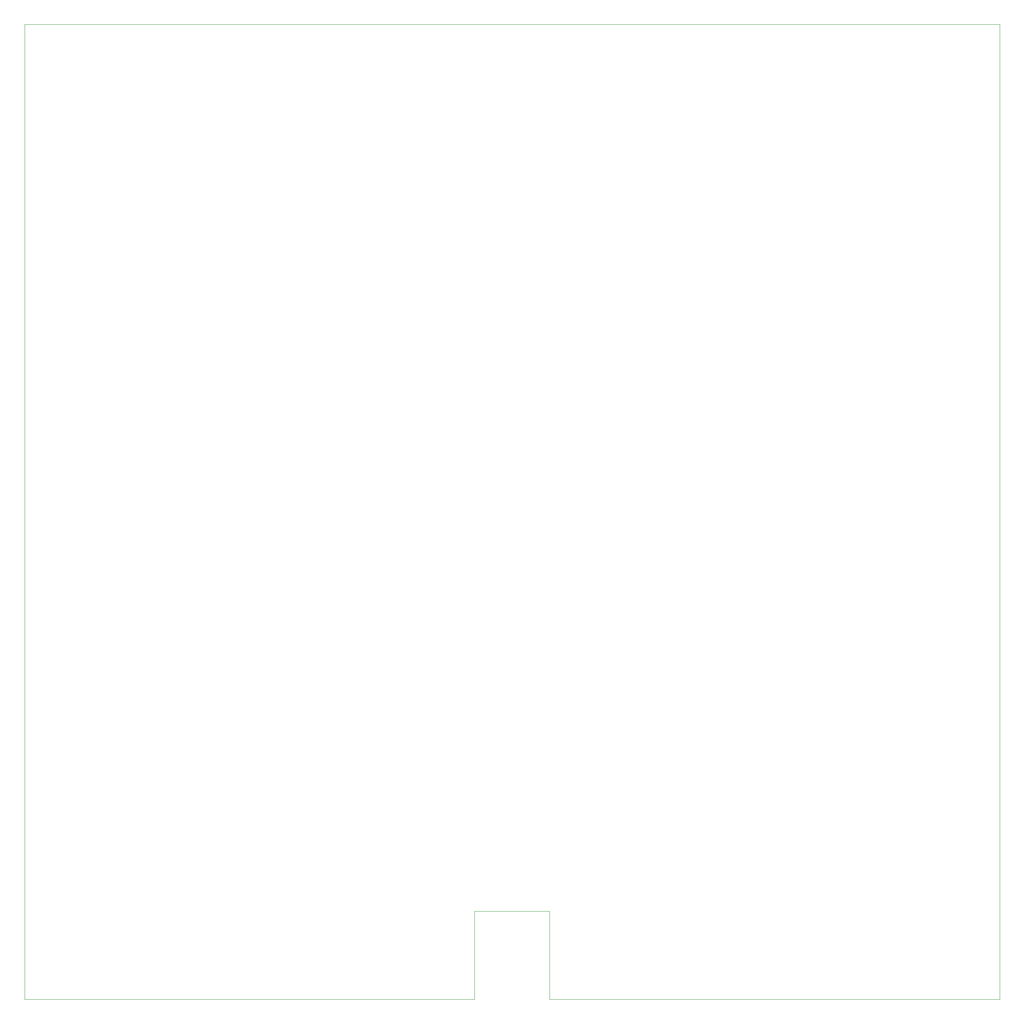
<source format=gm1>
G04 #@! TF.GenerationSoftware,KiCad,Pcbnew,5.1.4-3.fc31*
G04 #@! TF.CreationDate,2019-12-02T16:48:44+01:00*
G04 #@! TF.ProjectId,WordclockPCB,576f7264-636c-46f6-936b-5043422e6b69,rev?*
G04 #@! TF.SameCoordinates,Original*
G04 #@! TF.FileFunction,Profile,NP*
%FSLAX46Y46*%
G04 Gerber Fmt 4.6, Leading zero omitted, Abs format (unit mm)*
G04 Created by KiCad (PCBNEW 5.1.4-3.fc31) date 2019-12-02 16:48:44*
%MOMM*%
%LPD*%
G04 APERTURE LIST*
%ADD10C,0.050000*%
G04 APERTURE END LIST*
D10*
X85000000Y0D02*
X85000000Y-221000000D01*
X306000000Y0D02*
X85000000Y0D01*
X306000000Y-221000000D02*
X306000000Y0D01*
X204000000Y-221000000D02*
X306000000Y-221000000D01*
X204000000Y-201000000D02*
X204000000Y-204000000D01*
X187000000Y-201000000D02*
X204000000Y-201000000D01*
X187000000Y-204000000D02*
X187000000Y-201000000D01*
X204000000Y-204000000D02*
X204000000Y-221000000D01*
X187000000Y-221000000D02*
X187000000Y-204000000D01*
X85000000Y-221000000D02*
X187000000Y-221000000D01*
M02*

</source>
